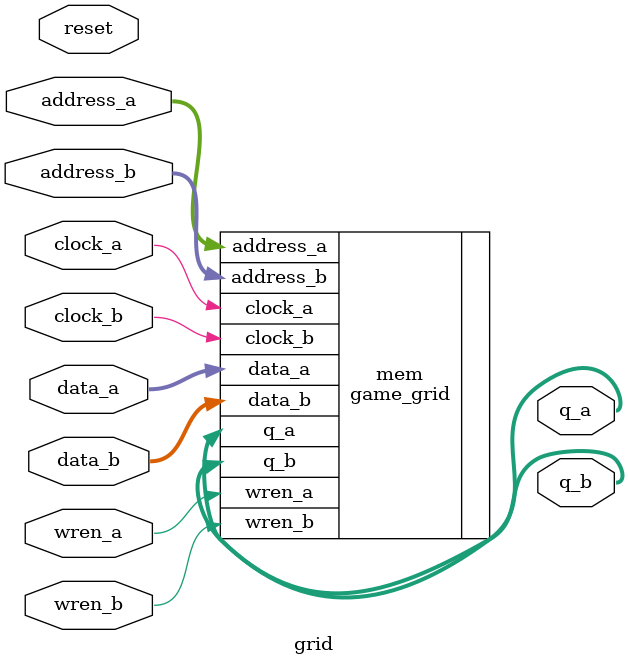
<source format=v>

module grid(
	input [10:0] address_a, // export
	input [10:0] address_b, // addr
	input wren_a,			// export
	input wren_b,			// writeenable
	input [7:0] data_a,		// export
	input [7:0] data_b,		// data
	input clock_a,			// export
	input clock_b,			// clk
	input reset,			// reset
	output [7:0] q_a,		// export
	output [7:0] q_b		// dataout
	);
	
	game_grid mem (
		.address_a(address_a),
		.address_b(address_b),
		.wren_a(wren_a),
		.wren_b(wren_b),
		.data_a(data_a),
		.data_b(data_b),
		.clock_a(clock_a),
		.clock_b(clock_b),
		.q_a(q_a),
		.q_b(q_b)
		);
endmodule

</source>
